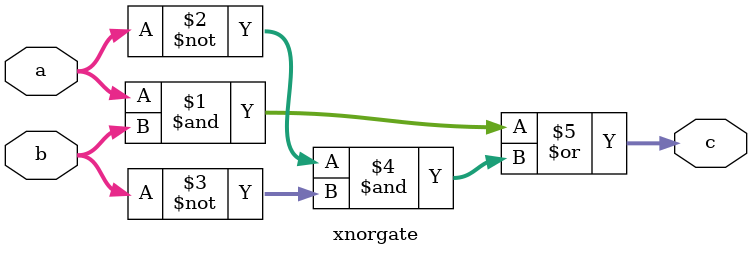
<source format=v>
`timescale 1ns / 1ps

module xnorgate
#(parameter WIDTH=8)
(
    input [(WIDTH-1):0] a,
    input [(WIDTH-1):0] b,
    output [(WIDTH-1):0] c
    );
    
    assign c = (a & b) | (~a & ~b);
endmodule
</source>
